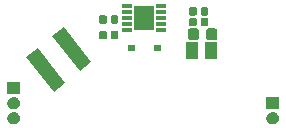
<source format=gbr>
G04 #@! TF.GenerationSoftware,KiCad,Pcbnew,(5.1.6)-1*
G04 #@! TF.CreationDate,2020-09-08T11:46:22-07:00*
G04 #@! TF.ProjectId,LED_Ring,4c45445f-5269-46e6-972e-6b696361645f,rev?*
G04 #@! TF.SameCoordinates,Original*
G04 #@! TF.FileFunction,Soldermask,Top*
G04 #@! TF.FilePolarity,Negative*
%FSLAX46Y46*%
G04 Gerber Fmt 4.6, Leading zero omitted, Abs format (unit mm)*
G04 Created by KiCad (PCBNEW (5.1.6)-1) date 2020-09-08 11:46:22*
%MOMM*%
%LPD*%
G01*
G04 APERTURE LIST*
%ADD10C,0.100000*%
G04 APERTURE END LIST*
D10*
G36*
X99162934Y-75408691D02*
G01*
X99258548Y-75448295D01*
X99292971Y-75471296D01*
X99344603Y-75505795D01*
X99417785Y-75578977D01*
X99452284Y-75630609D01*
X99475285Y-75665032D01*
X99514889Y-75760646D01*
X99535080Y-75862152D01*
X99535080Y-75965648D01*
X99514889Y-76067154D01*
X99475285Y-76162768D01*
X99452284Y-76197191D01*
X99417785Y-76248823D01*
X99344603Y-76322005D01*
X99292971Y-76356504D01*
X99258548Y-76379505D01*
X99162934Y-76419109D01*
X99061428Y-76439300D01*
X98957932Y-76439300D01*
X98856426Y-76419109D01*
X98760812Y-76379505D01*
X98726389Y-76356504D01*
X98674757Y-76322005D01*
X98601575Y-76248823D01*
X98567076Y-76197191D01*
X98544075Y-76162768D01*
X98504471Y-76067154D01*
X98484280Y-75965648D01*
X98484280Y-75862152D01*
X98504471Y-75760646D01*
X98544075Y-75665032D01*
X98567076Y-75630609D01*
X98601575Y-75578977D01*
X98674757Y-75505795D01*
X98726389Y-75471296D01*
X98760812Y-75448295D01*
X98856426Y-75408691D01*
X98957932Y-75388500D01*
X99061428Y-75388500D01*
X99162934Y-75408691D01*
G37*
G36*
X121094834Y-75408211D02*
G01*
X121190448Y-75447815D01*
X121224871Y-75470816D01*
X121276503Y-75505315D01*
X121349685Y-75578497D01*
X121384184Y-75630129D01*
X121407185Y-75664552D01*
X121446789Y-75760166D01*
X121466980Y-75861672D01*
X121466980Y-75965168D01*
X121446789Y-76066674D01*
X121407185Y-76162288D01*
X121384184Y-76196711D01*
X121349685Y-76248343D01*
X121276503Y-76321525D01*
X121224871Y-76356024D01*
X121190448Y-76379025D01*
X121094834Y-76418629D01*
X120993328Y-76438820D01*
X120889832Y-76438820D01*
X120788326Y-76418629D01*
X120692712Y-76379025D01*
X120658289Y-76356024D01*
X120606657Y-76321525D01*
X120533475Y-76248343D01*
X120498976Y-76196711D01*
X120475975Y-76162288D01*
X120436371Y-76066674D01*
X120416180Y-75965168D01*
X120416180Y-75861672D01*
X120436371Y-75760166D01*
X120475975Y-75664552D01*
X120498976Y-75630129D01*
X120533475Y-75578497D01*
X120606657Y-75505315D01*
X120658289Y-75470816D01*
X120692712Y-75447815D01*
X120788326Y-75408211D01*
X120889832Y-75388020D01*
X120993328Y-75388020D01*
X121094834Y-75408211D01*
G37*
G36*
X99162934Y-74138691D02*
G01*
X99258548Y-74178295D01*
X99292971Y-74201296D01*
X99344603Y-74235795D01*
X99417785Y-74308977D01*
X99452284Y-74360609D01*
X99475285Y-74395032D01*
X99514889Y-74490646D01*
X99535080Y-74592152D01*
X99535080Y-74695648D01*
X99514889Y-74797154D01*
X99475285Y-74892768D01*
X99452284Y-74927191D01*
X99417785Y-74978823D01*
X99344603Y-75052005D01*
X99292971Y-75086504D01*
X99258548Y-75109505D01*
X99162934Y-75149109D01*
X99061428Y-75169300D01*
X98957932Y-75169300D01*
X98856426Y-75149109D01*
X98760812Y-75109505D01*
X98726389Y-75086504D01*
X98674757Y-75052005D01*
X98601575Y-74978823D01*
X98567076Y-74927191D01*
X98544075Y-74892768D01*
X98504471Y-74797154D01*
X98484280Y-74695648D01*
X98484280Y-74592152D01*
X98504471Y-74490646D01*
X98544075Y-74395032D01*
X98567076Y-74360609D01*
X98601575Y-74308977D01*
X98674757Y-74235795D01*
X98726389Y-74201296D01*
X98760812Y-74178295D01*
X98856426Y-74138691D01*
X98957932Y-74118500D01*
X99061428Y-74118500D01*
X99162934Y-74138691D01*
G37*
G36*
X121466980Y-75168820D02*
G01*
X120416180Y-75168820D01*
X120416180Y-74118020D01*
X121466980Y-74118020D01*
X121466980Y-75168820D01*
G37*
G36*
X99535080Y-73899300D02*
G01*
X98484280Y-73899300D01*
X98484280Y-72848500D01*
X99535080Y-72848500D01*
X99535080Y-73899300D01*
G37*
G36*
X103379821Y-72910946D02*
G01*
X102399062Y-73677198D01*
X100084667Y-70714908D01*
X101065426Y-69948656D01*
X103379821Y-72910946D01*
G37*
G36*
X105581523Y-71190788D02*
G01*
X104600764Y-71957040D01*
X102286369Y-68994750D01*
X103267128Y-68228498D01*
X105581523Y-71190788D01*
G37*
G36*
X116220000Y-70865600D02*
G01*
X115239200Y-70865600D01*
X115239200Y-69494800D01*
X116220000Y-69494800D01*
X116220000Y-70865600D01*
G37*
G36*
X114580000Y-70865600D02*
G01*
X113599200Y-70865600D01*
X113599200Y-69494800D01*
X114580000Y-69494800D01*
X114580000Y-70865600D01*
G37*
G36*
X111478800Y-70240800D02*
G01*
X110928000Y-70240800D01*
X110928000Y-69690000D01*
X111478800Y-69690000D01*
X111478800Y-70240800D01*
G37*
G36*
X109278800Y-70240800D02*
G01*
X108728000Y-70240800D01*
X108728000Y-69690000D01*
X109278800Y-69690000D01*
X109278800Y-70240800D01*
G37*
G36*
X114520697Y-68312399D02*
G01*
X114559307Y-68324111D01*
X114594893Y-68343133D01*
X114626076Y-68368724D01*
X114651667Y-68399907D01*
X114670689Y-68435493D01*
X114682401Y-68474103D01*
X114686600Y-68516741D01*
X114686600Y-69100459D01*
X114682401Y-69143097D01*
X114670689Y-69181707D01*
X114651667Y-69217293D01*
X114626076Y-69248476D01*
X114594893Y-69274067D01*
X114559307Y-69293089D01*
X114520697Y-69304801D01*
X114478059Y-69309000D01*
X113969341Y-69309000D01*
X113926703Y-69304801D01*
X113888093Y-69293089D01*
X113852507Y-69274067D01*
X113821324Y-69248476D01*
X113795733Y-69217293D01*
X113776711Y-69181707D01*
X113764999Y-69143097D01*
X113760800Y-69100459D01*
X113760800Y-68516741D01*
X113764999Y-68474103D01*
X113776711Y-68435493D01*
X113795733Y-68399907D01*
X113821324Y-68368724D01*
X113852507Y-68343133D01*
X113888093Y-68324111D01*
X113926703Y-68312399D01*
X113969341Y-68308200D01*
X114478059Y-68308200D01*
X114520697Y-68312399D01*
G37*
G36*
X116095697Y-68312399D02*
G01*
X116134307Y-68324111D01*
X116169893Y-68343133D01*
X116201076Y-68368724D01*
X116226667Y-68399907D01*
X116245689Y-68435493D01*
X116257401Y-68474103D01*
X116261600Y-68516741D01*
X116261600Y-69100459D01*
X116257401Y-69143097D01*
X116245689Y-69181707D01*
X116226667Y-69217293D01*
X116201076Y-69248476D01*
X116169893Y-69274067D01*
X116134307Y-69293089D01*
X116095697Y-69304801D01*
X116053059Y-69309000D01*
X115544341Y-69309000D01*
X115501703Y-69304801D01*
X115463093Y-69293089D01*
X115427507Y-69274067D01*
X115396324Y-69248476D01*
X115370733Y-69217293D01*
X115351711Y-69181707D01*
X115339999Y-69143097D01*
X115335800Y-69100459D01*
X115335800Y-68516741D01*
X115339999Y-68474103D01*
X115351711Y-68435493D01*
X115370733Y-68399907D01*
X115396324Y-68368724D01*
X115427507Y-68343133D01*
X115463093Y-68324111D01*
X115501703Y-68312399D01*
X115544341Y-68308200D01*
X116053059Y-68308200D01*
X116095697Y-68312399D01*
G37*
G36*
X107757850Y-68542231D02*
G01*
X107783088Y-68549887D01*
X107806355Y-68562323D01*
X107826744Y-68579056D01*
X107843477Y-68599445D01*
X107855913Y-68622712D01*
X107863569Y-68647950D01*
X107866400Y-68676691D01*
X107866400Y-69092909D01*
X107863569Y-69121650D01*
X107855913Y-69146888D01*
X107843477Y-69170155D01*
X107826744Y-69190544D01*
X107806355Y-69207277D01*
X107783088Y-69219713D01*
X107757850Y-69227369D01*
X107729109Y-69230200D01*
X107362891Y-69230200D01*
X107334150Y-69227369D01*
X107308912Y-69219713D01*
X107285645Y-69207277D01*
X107265256Y-69190544D01*
X107248523Y-69170155D01*
X107236087Y-69146888D01*
X107228431Y-69121650D01*
X107225600Y-69092909D01*
X107225600Y-68676691D01*
X107228431Y-68647950D01*
X107236087Y-68622712D01*
X107248523Y-68599445D01*
X107265256Y-68579056D01*
X107285645Y-68562323D01*
X107308912Y-68549887D01*
X107334150Y-68542231D01*
X107362891Y-68539400D01*
X107729109Y-68539400D01*
X107757850Y-68542231D01*
G37*
G36*
X106787850Y-68542231D02*
G01*
X106813088Y-68549887D01*
X106836355Y-68562323D01*
X106856744Y-68579056D01*
X106873477Y-68599445D01*
X106885913Y-68622712D01*
X106893569Y-68647950D01*
X106896400Y-68676691D01*
X106896400Y-69092909D01*
X106893569Y-69121650D01*
X106885913Y-69146888D01*
X106873477Y-69170155D01*
X106856744Y-69190544D01*
X106836355Y-69207277D01*
X106813088Y-69219713D01*
X106787850Y-69227369D01*
X106759109Y-69230200D01*
X106392891Y-69230200D01*
X106364150Y-69227369D01*
X106338912Y-69219713D01*
X106315645Y-69207277D01*
X106295256Y-69190544D01*
X106278523Y-69170155D01*
X106266087Y-69146888D01*
X106258431Y-69121650D01*
X106255600Y-69092909D01*
X106255600Y-68676691D01*
X106258431Y-68647950D01*
X106266087Y-68622712D01*
X106278523Y-68599445D01*
X106295256Y-68579056D01*
X106315645Y-68562323D01*
X106338912Y-68549887D01*
X106364150Y-68542231D01*
X106392891Y-68539400D01*
X106759109Y-68539400D01*
X106787850Y-68542231D01*
G37*
G36*
X111924800Y-68596401D02*
G01*
X111061200Y-68596401D01*
X111061200Y-68240801D01*
X111924800Y-68240801D01*
X111924800Y-68596401D01*
G37*
G36*
X109029200Y-68596401D02*
G01*
X108165600Y-68596401D01*
X108165600Y-68240801D01*
X109029200Y-68240801D01*
X109029200Y-68596401D01*
G37*
G36*
X110870700Y-68447300D02*
G01*
X109219700Y-68447300D01*
X109219700Y-66389900D01*
X110870700Y-66389900D01*
X110870700Y-68447300D01*
G37*
G36*
X115377850Y-67424631D02*
G01*
X115403088Y-67432287D01*
X115426355Y-67444723D01*
X115446744Y-67461456D01*
X115463477Y-67481845D01*
X115475913Y-67505112D01*
X115483569Y-67530350D01*
X115486400Y-67559091D01*
X115486400Y-67975309D01*
X115483569Y-68004050D01*
X115475913Y-68029288D01*
X115463477Y-68052555D01*
X115446744Y-68072944D01*
X115426355Y-68089677D01*
X115403088Y-68102113D01*
X115377850Y-68109769D01*
X115349109Y-68112600D01*
X114982891Y-68112600D01*
X114954150Y-68109769D01*
X114928912Y-68102113D01*
X114905645Y-68089677D01*
X114885256Y-68072944D01*
X114868523Y-68052555D01*
X114856087Y-68029288D01*
X114848431Y-68004050D01*
X114845600Y-67975309D01*
X114845600Y-67559091D01*
X114848431Y-67530350D01*
X114856087Y-67505112D01*
X114868523Y-67481845D01*
X114885256Y-67461456D01*
X114905645Y-67444723D01*
X114928912Y-67432287D01*
X114954150Y-67424631D01*
X114982891Y-67421800D01*
X115349109Y-67421800D01*
X115377850Y-67424631D01*
G37*
G36*
X114407850Y-67424631D02*
G01*
X114433088Y-67432287D01*
X114456355Y-67444723D01*
X114476744Y-67461456D01*
X114493477Y-67481845D01*
X114505913Y-67505112D01*
X114513569Y-67530350D01*
X114516400Y-67559091D01*
X114516400Y-67975309D01*
X114513569Y-68004050D01*
X114505913Y-68029288D01*
X114493477Y-68052555D01*
X114476744Y-68072944D01*
X114456355Y-68089677D01*
X114433088Y-68102113D01*
X114407850Y-68109769D01*
X114379109Y-68112600D01*
X114012891Y-68112600D01*
X113984150Y-68109769D01*
X113958912Y-68102113D01*
X113935645Y-68089677D01*
X113915256Y-68072944D01*
X113898523Y-68052555D01*
X113886087Y-68029288D01*
X113878431Y-68004050D01*
X113875600Y-67975309D01*
X113875600Y-67559091D01*
X113878431Y-67530350D01*
X113886087Y-67505112D01*
X113898523Y-67481845D01*
X113915256Y-67461456D01*
X113935645Y-67444723D01*
X113958912Y-67432287D01*
X113984150Y-67424631D01*
X114012891Y-67421800D01*
X114379109Y-67421800D01*
X114407850Y-67424631D01*
G37*
G36*
X111924800Y-68096399D02*
G01*
X111061200Y-68096399D01*
X111061200Y-67740799D01*
X111924800Y-67740799D01*
X111924800Y-68096399D01*
G37*
G36*
X109029200Y-68096399D02*
G01*
X108165600Y-68096399D01*
X108165600Y-67740799D01*
X109029200Y-67740799D01*
X109029200Y-68096399D01*
G37*
G36*
X106787850Y-67221431D02*
G01*
X106813088Y-67229087D01*
X106836355Y-67241523D01*
X106856744Y-67258256D01*
X106873477Y-67278645D01*
X106885913Y-67301912D01*
X106893569Y-67327150D01*
X106896400Y-67355891D01*
X106896400Y-67772109D01*
X106893569Y-67800850D01*
X106885913Y-67826088D01*
X106873477Y-67849355D01*
X106856744Y-67869744D01*
X106836355Y-67886477D01*
X106813088Y-67898913D01*
X106787850Y-67906569D01*
X106759109Y-67909400D01*
X106392891Y-67909400D01*
X106364150Y-67906569D01*
X106338912Y-67898913D01*
X106315645Y-67886477D01*
X106295256Y-67869744D01*
X106278523Y-67849355D01*
X106266087Y-67826088D01*
X106258431Y-67800850D01*
X106255600Y-67772109D01*
X106255600Y-67355891D01*
X106258431Y-67327150D01*
X106266087Y-67301912D01*
X106278523Y-67278645D01*
X106295256Y-67258256D01*
X106315645Y-67241523D01*
X106338912Y-67229087D01*
X106364150Y-67221431D01*
X106392891Y-67218600D01*
X106759109Y-67218600D01*
X106787850Y-67221431D01*
G37*
G36*
X107757850Y-67221431D02*
G01*
X107783088Y-67229087D01*
X107806355Y-67241523D01*
X107826744Y-67258256D01*
X107843477Y-67278645D01*
X107855913Y-67301912D01*
X107863569Y-67327150D01*
X107866400Y-67355891D01*
X107866400Y-67772109D01*
X107863569Y-67800850D01*
X107855913Y-67826088D01*
X107843477Y-67849355D01*
X107826744Y-67869744D01*
X107806355Y-67886477D01*
X107783088Y-67898913D01*
X107757850Y-67906569D01*
X107729109Y-67909400D01*
X107362891Y-67909400D01*
X107334150Y-67906569D01*
X107308912Y-67898913D01*
X107285645Y-67886477D01*
X107265256Y-67869744D01*
X107248523Y-67849355D01*
X107236087Y-67826088D01*
X107228431Y-67800850D01*
X107225600Y-67772109D01*
X107225600Y-67355891D01*
X107228431Y-67327150D01*
X107236087Y-67301912D01*
X107248523Y-67278645D01*
X107265256Y-67258256D01*
X107285645Y-67241523D01*
X107308912Y-67229087D01*
X107334150Y-67221431D01*
X107362891Y-67218600D01*
X107729109Y-67218600D01*
X107757850Y-67221431D01*
G37*
G36*
X109029200Y-67596400D02*
G01*
X108165600Y-67596400D01*
X108165600Y-67240800D01*
X109029200Y-67240800D01*
X109029200Y-67596400D01*
G37*
G36*
X111924800Y-67596400D02*
G01*
X111061200Y-67596400D01*
X111061200Y-67240800D01*
X111924800Y-67240800D01*
X111924800Y-67596400D01*
G37*
G36*
X114407850Y-66535631D02*
G01*
X114433088Y-66543287D01*
X114456355Y-66555723D01*
X114476744Y-66572456D01*
X114493477Y-66592845D01*
X114505913Y-66616112D01*
X114513569Y-66641350D01*
X114516400Y-66670091D01*
X114516400Y-67086309D01*
X114513569Y-67115050D01*
X114505913Y-67140288D01*
X114493477Y-67163555D01*
X114476744Y-67183944D01*
X114456355Y-67200677D01*
X114433088Y-67213113D01*
X114407850Y-67220769D01*
X114379109Y-67223600D01*
X114012891Y-67223600D01*
X113984150Y-67220769D01*
X113958912Y-67213113D01*
X113935645Y-67200677D01*
X113915256Y-67183944D01*
X113898523Y-67163555D01*
X113886087Y-67140288D01*
X113878431Y-67115050D01*
X113875600Y-67086309D01*
X113875600Y-66670091D01*
X113878431Y-66641350D01*
X113886087Y-66616112D01*
X113898523Y-66592845D01*
X113915256Y-66572456D01*
X113935645Y-66555723D01*
X113958912Y-66543287D01*
X113984150Y-66535631D01*
X114012891Y-66532800D01*
X114379109Y-66532800D01*
X114407850Y-66535631D01*
G37*
G36*
X115377850Y-66535631D02*
G01*
X115403088Y-66543287D01*
X115426355Y-66555723D01*
X115446744Y-66572456D01*
X115463477Y-66592845D01*
X115475913Y-66616112D01*
X115483569Y-66641350D01*
X115486400Y-66670091D01*
X115486400Y-67086309D01*
X115483569Y-67115050D01*
X115475913Y-67140288D01*
X115463477Y-67163555D01*
X115446744Y-67183944D01*
X115426355Y-67200677D01*
X115403088Y-67213113D01*
X115377850Y-67220769D01*
X115349109Y-67223600D01*
X114982891Y-67223600D01*
X114954150Y-67220769D01*
X114928912Y-67213113D01*
X114905645Y-67200677D01*
X114885256Y-67183944D01*
X114868523Y-67163555D01*
X114856087Y-67140288D01*
X114848431Y-67115050D01*
X114845600Y-67086309D01*
X114845600Y-66670091D01*
X114848431Y-66641350D01*
X114856087Y-66616112D01*
X114868523Y-66592845D01*
X114885256Y-66572456D01*
X114905645Y-66555723D01*
X114928912Y-66543287D01*
X114954150Y-66535631D01*
X114982891Y-66532800D01*
X115349109Y-66532800D01*
X115377850Y-66535631D01*
G37*
G36*
X111924800Y-67096401D02*
G01*
X111061200Y-67096401D01*
X111061200Y-66740801D01*
X111924800Y-66740801D01*
X111924800Y-67096401D01*
G37*
G36*
X109029200Y-67096401D02*
G01*
X108165600Y-67096401D01*
X108165600Y-66740801D01*
X109029200Y-66740801D01*
X109029200Y-67096401D01*
G37*
G36*
X111924800Y-66596399D02*
G01*
X111061200Y-66596399D01*
X111061200Y-66240799D01*
X111924800Y-66240799D01*
X111924800Y-66596399D01*
G37*
G36*
X109029200Y-66596399D02*
G01*
X108165600Y-66596399D01*
X108165600Y-66240799D01*
X109029200Y-66240799D01*
X109029200Y-66596399D01*
G37*
M02*

</source>
